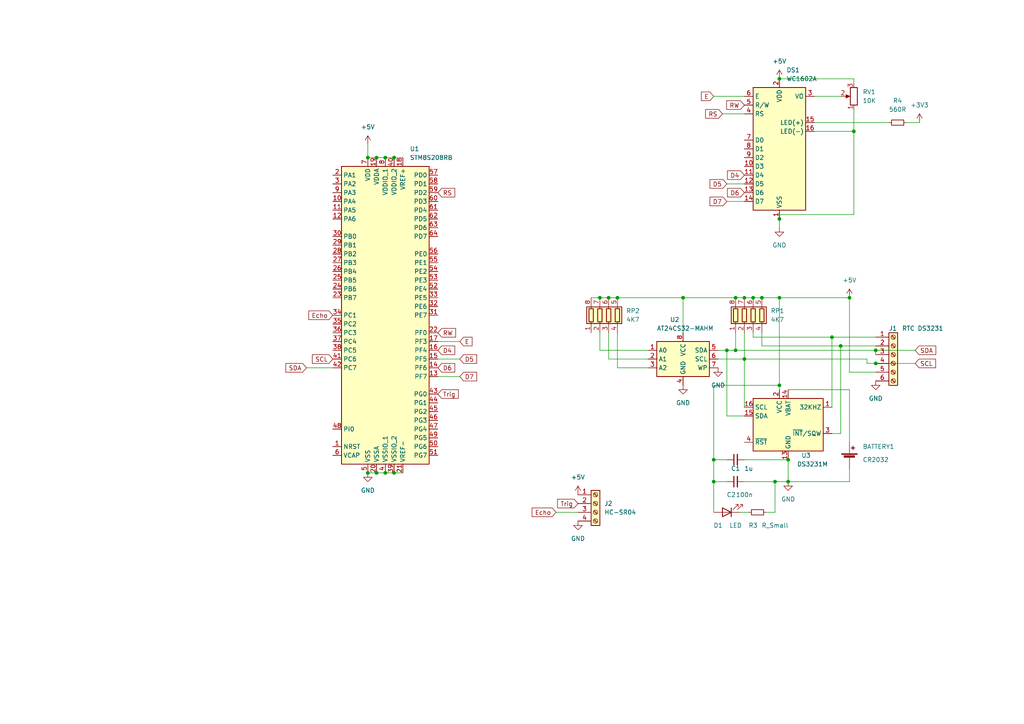
<source format=kicad_sch>
(kicad_sch (version 20211123) (generator eeschema)
  (paper "A4")
  (lib_symbols
    (symbol "Connector:Screw_Terminal_01x04" (pin_names (offset 1.016) hide)
      (property "Reference" "J" (at 0 5.08 0))
      (property "Value" "Screw_Terminal_01x04" (at 0 -7.62 0))
      (symbol "Screw_Terminal_01x04_1_1"
        (rectangle (start -1.27 3.81) (end 1.27 -6.35) (stroke (width 0.254)) (fill (type background)))
        (circle (center 0 -5.08) (radius 0.635) (stroke (width 0.1524)))
        (circle (center 0 -2.54) (radius 0.635) (stroke (width 0.1524)))
        (polyline (pts (xy -0.5334 -4.7498) (xy 0.3302 -5.588)) (stroke (width 0.1524)))
        (polyline (pts (xy -0.5334 -2.2098) (xy 0.3302 -3.048)) (stroke (width 0.1524)))
        (polyline (pts (xy -0.5334 0.3302) (xy 0.3302 -0.508)) (stroke (width 0.1524)))
        (polyline (pts (xy -0.5334 2.8702) (xy 0.3302 2.032)) (stroke (width 0.1524)))
        (polyline (pts (xy -0.3556 -4.572) (xy 0.508 -5.4102)) (stroke (width 0.1524)))
        (polyline (pts (xy -0.3556 -2.032) (xy 0.508 -2.8702)) (stroke (width 0.1524)))
        (polyline (pts (xy -0.3556 0.508) (xy 0.508 -0.3302)) (stroke (width 0.1524)))
        (polyline (pts (xy -0.3556 3.048) (xy 0.508 2.2098)) (stroke (width 0.1524)))
        (circle (center 0 0) (radius 0.635) (stroke (width 0.1524)))
        (circle (center 0 2.54) (radius 0.635) (stroke (width 0.1524)))
        (pin passive line (at -5.08 2.54 0) (length 3.81) (name "Pin_1") (number "1"))
        (pin passive line (at -5.08 0 0) (length 3.81) (name "Pin_2") (number "2"))
        (pin passive line (at -5.08 -2.54 0) (length 3.81) (name "Pin_3") (number "3"))
        (pin passive line (at -5.08 -5.08 0) (length 3.81) (name "Pin_4") (number "4"))
      )
    )
    (symbol "Connector:Screw_Terminal_01x06" (pin_names (offset 1.016) hide)
      (property "Reference" "J" (at 0 7.62 0))
      (property "Value" "Screw_Terminal_01x06" (at 0 -10.16 0))
      (symbol "Screw_Terminal_01x06_1_1"
        (rectangle (start -1.27 6.35) (end 1.27 -8.89) (stroke (width 0.254)) (fill (type background)))
        (circle (center 0 -7.62) (radius 0.635) (stroke (width 0.1524)))
        (circle (center 0 -5.08) (radius 0.635) (stroke (width 0.1524)))
        (circle (center 0 -2.54) (radius 0.635) (stroke (width 0.1524)))
        (polyline (pts (xy -0.5334 -7.2898) (xy 0.3302 -8.128)) (stroke (width 0.1524)))
        (polyline (pts (xy -0.5334 -4.7498) (xy 0.3302 -5.588)) (stroke (width 0.1524)))
        (polyline (pts (xy -0.5334 -2.2098) (xy 0.3302 -3.048)) (stroke (width 0.1524)))
        (polyline (pts (xy -0.5334 0.3302) (xy 0.3302 -0.508)) (stroke (width 0.1524)))
        (polyline (pts (xy -0.5334 2.8702) (xy 0.3302 2.032)) (stroke (width 0.1524)))
        (polyline (pts (xy -0.5334 5.4102) (xy 0.3302 4.572)) (stroke (width 0.1524)))
        (polyline (pts (xy -0.3556 -7.112) (xy 0.508 -7.9502)) (stroke (width 0.1524)))
        (polyline (pts (xy -0.3556 -4.572) (xy 0.508 -5.4102)) (stroke (width 0.1524)))
        (polyline (pts (xy -0.3556 -2.032) (xy 0.508 -2.8702)) (stroke (width 0.1524)))
        (polyline (pts (xy -0.3556 0.508) (xy 0.508 -0.3302)) (stroke (width 0.1524)))
        (polyline (pts (xy -0.3556 3.048) (xy 0.508 2.2098)) (stroke (width 0.1524)))
        (polyline (pts (xy -0.3556 5.588) (xy 0.508 4.7498)) (stroke (width 0.1524)))
        (circle (center 0 0) (radius 0.635) (stroke (width 0.1524)))
        (circle (center 0 2.54) (radius 0.635) (stroke (width 0.1524)))
        (circle (center 0 5.08) (radius 0.635) (stroke (width 0.1524)))
        (pin passive line (at -5.08 5.08 0) (length 3.81) (name "Pin_1") (number "1"))
        (pin passive line (at -5.08 2.54 0) (length 3.81) (name "Pin_2") (number "2"))
        (pin passive line (at -5.08 0 0) (length 3.81) (name "Pin_3") (number "3"))
        (pin passive line (at -5.08 -2.54 0) (length 3.81) (name "Pin_4") (number "4"))
        (pin passive line (at -5.08 -5.08 0) (length 3.81) (name "Pin_5") (number "5"))
        (pin passive line (at -5.08 -7.62 0) (length 3.81) (name "Pin_6") (number "6"))
      )
    )
    (symbol "Device:Battery_Cell" (pin_numbers hide) (pin_names (offset 0) hide)
      (property "Reference" "BT" (at 2.54 2.54 0))
      (property "Value" "Battery_Cell" (at 2.54 0 0))
      (symbol "Battery_Cell_0_1"
        (rectangle (start -2.286 1.778) (end 2.286 1.524) (fill (type outline)))
        (rectangle (start -1.5748 1.1938) (end 1.4732 0.6858) (fill (type outline)))
        (polyline (pts (xy 0 0.762) (xy 0 0)))
        (polyline (pts (xy 0 1.778) (xy 0 2.54)))
        (polyline (pts (xy 0.508 3.429) (xy 1.524 3.429)) (stroke (width 0.254)))
        (polyline (pts (xy 1.016 3.937) (xy 1.016 2.921)) (stroke (width 0.254)))
      )
      (symbol "Battery_Cell_1_1"
        (pin passive line (at 0 5.08 270) (length 2.54) (name "+") (number "1"))
        (pin passive line (at 0 -2.54 90) (length 2.54) (name "-") (number "2"))
      )
    )
    (symbol "Device:C_Small" (pin_numbers hide) (pin_names (offset 0.254) hide)
      (property "Reference" "C" (at 0.254 1.778 0))
      (property "Value" "C_Small" (at 0.254 -2.032 0))
      (symbol "C_Small_0_1"
        (polyline (pts (xy -1.524 -0.508) (xy 1.524 -0.508)) (stroke (width 0.3302)))
        (polyline (pts (xy -1.524 0.508) (xy 1.524 0.508)) (stroke (width 0.3048)))
      )
      (symbol "C_Small_1_1"
        (pin passive line (at 0 2.54 270) (length 2.032) (name "~") (number "1"))
        (pin passive line (at 0 -2.54 90) (length 2.032) (name "~") (number "2"))
      )
    )
    (symbol "Device:LED" (pin_numbers hide) (pin_names (offset 1.016) hide)
      (property "Reference" "D" (at 0 2.54 0))
      (property "Value" "LED" (at 0 -2.54 0))
      (symbol "LED_0_1"
        (polyline (pts (xy -1.27 -1.27) (xy -1.27 1.27)) (stroke (width 0.254)))
        (polyline (pts (xy -1.27 0) (xy 1.27 0)))
        (polyline (pts (xy 1.27 -1.27) (xy 1.27 1.27) (xy -1.27 0) (xy 1.27 -1.27)) (stroke (width 0.254)))
        (polyline (pts (xy -3.048 -0.762) (xy -4.572 -2.286) (xy -3.81 -2.286) (xy -4.572 -2.286) (xy -4.572 -1.524)))
        (polyline (pts (xy -1.778 -0.762) (xy -3.302 -2.286) (xy -2.54 -2.286) (xy -3.302 -2.286) (xy -3.302 -1.524)))
      )
      (symbol "LED_1_1"
        (pin passive line (at -3.81 0 0) (length 2.54) (name "K") (number "1"))
        (pin passive line (at 3.81 0 180) (length 2.54) (name "A") (number "2"))
      )
    )
    (symbol "Device:R_Pack04" (pin_names (offset 0) hide)
      (property "Reference" "RN" (at -7.62 0 90))
      (property "Value" "R_Pack04" (at 5.08 0 90))
      (symbol "R_Pack04_0_1"
        (rectangle (start -6.35 -2.413) (end 3.81 2.413) (stroke (width 0.254)) (fill (type background)))
        (rectangle (start -5.715 1.905) (end -4.445 -1.905) (stroke (width 0.254)))
        (rectangle (start -3.175 1.905) (end -1.905 -1.905) (stroke (width 0.254)))
        (rectangle (start -0.635 1.905) (end 0.635 -1.905) (stroke (width 0.254)))
        (polyline (pts (xy -5.08 -2.54) (xy -5.08 -1.905)))
        (polyline (pts (xy -5.08 1.905) (xy -5.08 2.54)))
        (polyline (pts (xy -2.54 -2.54) (xy -2.54 -1.905)))
        (polyline (pts (xy -2.54 1.905) (xy -2.54 2.54)))
        (polyline (pts (xy 0 -2.54) (xy 0 -1.905)))
        (polyline (pts (xy 0 1.905) (xy 0 2.54)))
        (polyline (pts (xy 2.54 -2.54) (xy 2.54 -1.905)))
        (polyline (pts (xy 2.54 1.905) (xy 2.54 2.54)))
        (rectangle (start 1.905 1.905) (end 3.175 -1.905) (stroke (width 0.254)))
      )
      (symbol "R_Pack04_1_1"
        (pin passive line (at -5.08 -5.08 90) (length 2.54) (name "R1.1") (number "1"))
        (pin passive line (at -2.54 -5.08 90) (length 2.54) (name "R2.1") (number "2"))
        (pin passive line (at 0 -5.08 90) (length 2.54) (name "R3.1") (number "3"))
        (pin passive line (at 2.54 -5.08 90) (length 2.54) (name "R4.1") (number "4"))
        (pin passive line (at 2.54 5.08 270) (length 2.54) (name "R4.2") (number "5"))
        (pin passive line (at 0 5.08 270) (length 2.54) (name "R3.2") (number "6"))
        (pin passive line (at -2.54 5.08 270) (length 2.54) (name "R2.2") (number "7"))
        (pin passive line (at -5.08 5.08 270) (length 2.54) (name "R1.2") (number "8"))
      )
    )
    (symbol "Device:R_Potentiometer" (pin_names (offset 1.016) hide)
      (property "Reference" "RV" (at -4.445 0 90))
      (property "Value" "R_Potentiometer" (at -2.54 0 90))
      (symbol "R_Potentiometer_0_1"
        (polyline (pts (xy 2.54 0) (xy 1.524 0)))
        (polyline (pts (xy 1.143 0) (xy 2.286 0.508) (xy 2.286 -0.508) (xy 1.143 0)) (fill (type outline)))
        (rectangle (start 1.016 2.54) (end -1.016 -2.54) (stroke (width 0.254)))
      )
      (symbol "R_Potentiometer_1_1"
        (pin passive line (at 0 3.81 270) (length 1.27) (name "1") (number "1"))
        (pin passive line (at 3.81 0 180) (length 1.27) (name "2") (number "2"))
        (pin passive line (at 0 -3.81 90) (length 1.27) (name "3") (number "3"))
      )
    )
    (symbol "Device:R_Small" (pin_numbers hide) (pin_names (offset 0.254) hide)
      (property "Reference" "R" (at 0.762 0.508 0))
      (property "Value" "R_Small" (at 0.762 -1.016 0))
      (symbol "R_Small_0_1"
        (rectangle (start -0.762 1.778) (end 0.762 -1.778) (stroke (width 0.2032)))
      )
      (symbol "R_Small_1_1"
        (pin passive line (at 0 2.54 270) (length 0.762) (name "~") (number "1"))
        (pin passive line (at 0 -2.54 90) (length 0.762) (name "~") (number "2"))
      )
    )
    (symbol "Display_Character:WC1602A"
      (property "Reference" "DS" (at -5.842 19.05 0))
      (property "Value" "WC1602A" (at 5.334 19.05 0))
      (symbol "WC1602A_1_1"
        (rectangle (start -7.62 17.78) (end 7.62 -17.78) (stroke (width 0.254)) (fill (type background)))
        (pin power_in line (at 0 -20.32 90) (length 2.54) (name "VSS") (number "1"))
        (pin input line (at -10.16 -5.08 0) (length 2.54) (name "D3") (number "10"))
        (pin input line (at -10.16 -7.62 0) (length 2.54) (name "D4") (number "11"))
        (pin input line (at -10.16 -10.16 0) (length 2.54) (name "D5") (number "12"))
        (pin input line (at -10.16 -12.7 0) (length 2.54) (name "D6") (number "13"))
        (pin input line (at -10.16 -15.24 0) (length 2.54) (name "D7") (number "14"))
        (pin power_in line (at 10.16 7.62 180) (length 2.54) (name "LED(+)") (number "15"))
        (pin power_in line (at 10.16 5.08 180) (length 2.54) (name "LED(-)") (number "16"))
        (pin power_in line (at 0 20.32 270) (length 2.54) (name "VDD") (number "2"))
        (pin input line (at 10.16 15.24 180) (length 2.54) (name "VO") (number "3"))
        (pin input line (at -10.16 10.16 0) (length 2.54) (name "RS") (number "4"))
        (pin input line (at -10.16 12.7 0) (length 2.54) (name "R/W") (number "5"))
        (pin input line (at -10.16 15.24 0) (length 2.54) (name "E") (number "6"))
        (pin input line (at -10.16 2.54 0) (length 2.54) (name "D0") (number "7"))
        (pin input line (at -10.16 0 0) (length 2.54) (name "D1") (number "8"))
        (pin input line (at -10.16 -2.54 0) (length 2.54) (name "D2") (number "9"))
      )
    )
    (symbol "MCU_ST_STM8:STM8S208RB"
      (property "Reference" "U" (at 13.97 48.26 0))
      (property "Value" "STM8S208RB" (at 13.97 45.72 0))
      (symbol "STM8S208RB_0_1"
        (rectangle (start 12.7 43.18) (end -12.7 -43.18) (stroke (width 0.254)) (fill (type background)))
      )
      (symbol "STM8S208RB_1_1"
        (pin input line (at -15.24 -38.1 0) (length 2.54) (name "NRST") (number "1"))
        (pin bidirectional line (at -15.24 33.02 0) (length 2.54) (name "PA4") (number "10"))
        (pin bidirectional line (at -15.24 30.48 0) (length 2.54) (name "PA5") (number "11"))
        (pin bidirectional line (at -15.24 27.94 0) (length 2.54) (name "PA6") (number "12"))
        (pin bidirectional line (at 15.24 -17.78 180) (length 2.54) (name "PF7") (number "13"))
        (pin bidirectional line (at 15.24 -15.24 180) (length 2.54) (name "PF6") (number "14"))
        (pin bidirectional line (at 15.24 -12.7 180) (length 2.54) (name "PF5") (number "15"))
        (pin bidirectional line (at 15.24 -10.16 180) (length 2.54) (name "PF4") (number "16"))
        (pin bidirectional line (at 15.24 -7.62 180) (length 2.54) (name "PF3") (number "17"))
        (pin power_in line (at 5.08 45.72 270) (length 2.54) (name "VREF+") (number "18"))
        (pin power_in line (at -2.54 45.72 270) (length 2.54) (name "VDDA") (number "19"))
        (pin bidirectional line (at -15.24 40.64 0) (length 2.54) (name "PA1") (number "2"))
        (pin power_in line (at -2.54 -45.72 90) (length 2.54) (name "VSSA") (number "20"))
        (pin power_in line (at 5.08 -45.72 90) (length 2.54) (name "VREF-") (number "21"))
        (pin bidirectional line (at 15.24 -5.08 180) (length 2.54) (name "PF0") (number "22"))
        (pin bidirectional line (at -15.24 5.08 0) (length 2.54) (name "PB7") (number "23"))
        (pin bidirectional line (at -15.24 7.62 0) (length 2.54) (name "PB6") (number "24"))
        (pin bidirectional line (at -15.24 10.16 0) (length 2.54) (name "PB5") (number "25"))
        (pin bidirectional line (at -15.24 12.7 0) (length 2.54) (name "PB4") (number "26"))
        (pin bidirectional line (at -15.24 15.24 0) (length 2.54) (name "PB3") (number "27"))
        (pin bidirectional line (at -15.24 17.78 0) (length 2.54) (name "PB2") (number "28"))
        (pin bidirectional line (at -15.24 20.32 0) (length 2.54) (name "PB1") (number "29"))
        (pin bidirectional line (at -15.24 38.1 0) (length 2.54) (name "PA2") (number "3"))
        (pin bidirectional line (at -15.24 22.86 0) (length 2.54) (name "PB0") (number "30"))
        (pin bidirectional line (at 15.24 0 180) (length 2.54) (name "PE7") (number "31"))
        (pin bidirectional line (at 15.24 2.54 180) (length 2.54) (name "PE6") (number "32"))
        (pin bidirectional line (at 15.24 5.08 180) (length 2.54) (name "PE5") (number "33"))
        (pin bidirectional line (at -15.24 0 0) (length 2.54) (name "PC1") (number "34"))
        (pin bidirectional line (at -15.24 -2.54 0) (length 2.54) (name "PC2") (number "35"))
        (pin bidirectional line (at -15.24 -5.08 0) (length 2.54) (name "PC3") (number "36"))
        (pin bidirectional line (at -15.24 -7.62 0) (length 2.54) (name "PC4") (number "37"))
        (pin bidirectional line (at -15.24 -10.16 0) (length 2.54) (name "PC5") (number "38"))
        (pin power_in line (at 2.54 -45.72 90) (length 2.54) (name "VSSIO_2") (number "39"))
        (pin power_in line (at 0 -45.72 90) (length 2.54) (name "VSSIO_1") (number "4"))
        (pin power_in line (at 2.54 45.72 270) (length 2.54) (name "VDDIO_2") (number "40"))
        (pin bidirectional line (at -15.24 -12.7 0) (length 2.54) (name "PC6") (number "41"))
        (pin bidirectional line (at -15.24 -15.24 0) (length 2.54) (name "PC7") (number "42"))
        (pin bidirectional line (at 15.24 -22.86 180) (length 2.54) (name "PG0") (number "43"))
        (pin bidirectional line (at 15.24 -25.4 180) (length 2.54) (name "PG1") (number "44"))
        (pin bidirectional line (at 15.24 -27.94 180) (length 2.54) (name "PG2") (number "45"))
        (pin bidirectional line (at 15.24 -30.48 180) (length 2.54) (name "PG3") (number "46"))
        (pin bidirectional line (at 15.24 -33.02 180) (length 2.54) (name "PG4") (number "47"))
        (pin bidirectional line (at -15.24 -33.02 0) (length 2.54) (name "PI0") (number "48"))
        (pin bidirectional line (at 15.24 -35.56 180) (length 2.54) (name "PG5") (number "49"))
        (pin power_in line (at -5.08 -45.72 90) (length 2.54) (name "VSS") (number "5"))
        (pin bidirectional line (at 15.24 -38.1 180) (length 2.54) (name "PG6") (number "50"))
        (pin bidirectional line (at 15.24 -40.64 180) (length 2.54) (name "PG7") (number "51"))
        (pin bidirectional line (at 15.24 7.62 180) (length 2.54) (name "PE4") (number "52"))
        (pin bidirectional line (at 15.24 10.16 180) (length 2.54) (name "PE3") (number "53"))
        (pin bidirectional line (at 15.24 12.7 180) (length 2.54) (name "PE2") (number "54"))
        (pin bidirectional line (at 15.24 15.24 180) (length 2.54) (name "PE1") (number "55"))
        (pin bidirectional line (at 15.24 17.78 180) (length 2.54) (name "PE0") (number "56"))
        (pin bidirectional line (at 15.24 40.64 180) (length 2.54) (name "PD0") (number "57"))
        (pin bidirectional line (at 15.24 38.1 180) (length 2.54) (name "PD1") (number "58"))
        (pin bidirectional line (at 15.24 35.56 180) (length 2.54) (name "PD2") (number "59"))
        (pin input line (at -15.24 -40.64 0) (length 2.54) (name "VCAP") (number "6"))
        (pin bidirectional line (at 15.24 33.02 180) (length 2.54) (name "PD3") (number "60"))
        (pin bidirectional line (at 15.24 30.48 180) (length 2.54) (name "PD4") (number "61"))
        (pin bidirectional line (at 15.24 27.94 180) (length 2.54) (name "PD5") (number "62"))
        (pin bidirectional line (at 15.24 25.4 180) (length 2.54) (name "PD6") (number "63"))
        (pin bidirectional line (at 15.24 22.86 180) (length 2.54) (name "PD7") (number "64"))
        (pin power_in line (at -5.08 45.72 270) (length 2.54) (name "VDD") (number "7"))
        (pin power_in line (at 0 45.72 270) (length 2.54) (name "VDDIO_1") (number "8"))
        (pin bidirectional line (at -15.24 35.56 0) (length 2.54) (name "PA3") (number "9"))
      )
    )
    (symbol "Memory_EEPROM:AT24CS32-MAHM"
      (property "Reference" "U" (at -7.62 6.35 0))
      (property "Value" "AT24CS32-MAHM" (at 2.54 -6.35 0))
      (symbol "AT24CS32-MAHM_1_1"
        (rectangle (start -7.62 5.08) (end 7.62 -5.08) (stroke (width 0.254)) (fill (type background)))
        (pin input line (at -10.16 2.54 0) (length 2.54) (name "A0") (number "1"))
        (pin input line (at -10.16 0 0) (length 2.54) (name "A1") (number "2"))
        (pin input line (at -10.16 -2.54 0) (length 2.54) (name "A2") (number "3"))
        (pin power_in line (at 0 -7.62 90) (length 2.54) (name "GND") (number "4"))
        (pin bidirectional line (at 10.16 2.54 180) (length 2.54) (name "SDA") (number "5"))
        (pin input line (at 10.16 0 180) (length 2.54) (name "SCL") (number "6"))
        (pin input line (at 10.16 -2.54 180) (length 2.54) (name "WP") (number "7"))
        (pin power_in line (at 0 7.62 270) (length 2.54) (name "VCC") (number "8"))
      )
    )
    (symbol "Timer_RTC:DS3231M"
      (property "Reference" "U" (at -7.62 8.89 0))
      (property "Value" "DS3231M" (at 10.16 8.89 0))
      (symbol "DS3231M_0_1"
        (rectangle (start -10.16 7.62) (end 10.16 -7.62) (stroke (width 0.254)) (fill (type background)))
      )
      (symbol "DS3231M_1_1"
        (pin open_collector line (at 12.7 5.08 180) (length 2.54) (name "32KHZ") (number "1"))
        (pin passive line (at 0 -10.16 90) (length 2.54) hide (name "GND") (number "10"))
        (pin passive line (at 0 -10.16 90) (length 2.54) hide (name "GND") (number "11"))
        (pin passive line (at 0 -10.16 90) (length 2.54) hide (name "GND") (number "12"))
        (pin power_in line (at 0 -10.16 90) (length 2.54) (name "GND") (number "13"))
        (pin power_in line (at 0 10.16 270) (length 2.54) (name "VBAT") (number "14"))
        (pin bidirectional line (at -12.7 2.54 0) (length 2.54) (name "SDA") (number "15"))
        (pin input line (at -12.7 5.08 0) (length 2.54) (name "SCL") (number "16"))
        (pin power_in line (at -2.54 10.16 270) (length 2.54) (name "VCC") (number "2"))
        (pin open_collector line (at 12.7 -2.54 180) (length 2.54) (name "~{INT}/SQW") (number "3"))
        (pin bidirectional line (at -12.7 -5.08 0) (length 2.54) (name "~{RST}") (number "4"))
        (pin passive line (at 0 -10.16 90) (length 2.54) hide (name "GND") (number "5"))
        (pin passive line (at 0 -10.16 90) (length 2.54) hide (name "GND") (number "6"))
        (pin passive line (at 0 -10.16 90) (length 2.54) hide (name "GND") (number "7"))
        (pin passive line (at 0 -10.16 90) (length 2.54) hide (name "GND") (number "8"))
        (pin passive line (at 0 -10.16 90) (length 2.54) hide (name "GND") (number "9"))
      )
    )
    (symbol "power:+3.3V" (power) (pin_names (offset 0))
      (property "Value" "+3.3V" (at 0 3.556 0))
      (symbol "+3.3V_0_1"
        (polyline (pts (xy -0.762 1.27) (xy 0 2.54)))
        (polyline (pts (xy 0 0) (xy 0 2.54)))
        (polyline (pts (xy 0 2.54) (xy 0.762 1.27)))
      )
      (symbol "+3.3V_1_1"
        (pin power_in line (at 0 0 90) (length 0) hide (name "+3V3") (number "1"))
      )
    )
    (symbol "power:+5V" (power) (pin_names (offset 0))
      (property "Value" "+5V" (at 0 3.556 0))
      (symbol "+5V_0_1"
        (polyline (pts (xy -0.762 1.27) (xy 0 2.54)))
        (polyline (pts (xy 0 0) (xy 0 2.54)))
        (polyline (pts (xy 0 2.54) (xy 0.762 1.27)))
      )
      (symbol "+5V_1_1"
        (pin power_in line (at 0 0 90) (length 0) hide (name "+5V") (number "1"))
      )
    )
    (symbol "power:GND" (power) (pin_names (offset 0))
      (property "Value" "GND" (at 0 -3.81 0))
      (symbol "GND_0_1"
        (polyline (pts (xy 0 0) (xy 0 -1.27) (xy 1.27 -1.27) (xy 0 -2.54) (xy -1.27 -1.27) (xy 0 -1.27)))
      )
      (symbol "GND_1_1"
        (pin power_in line (at 0 0 270) (length 0) hide (name "GND") (number "1"))
      )
    )
  )
  (junction (at 207.01 133.35))
  (junction (at 246.38 86.36))
  (junction (at 241.3 97.79))
  (junction (at 220.98 86.36))
  (junction (at 114.3 45.72))
  (junction (at 106.68 137.16))
  (junction (at 247.65 38.1))
  (junction (at 109.22 45.72))
  (junction (at 215.9 104.14))
  (junction (at 254 105.41))
  (junction (at 173.99 86.36))
  (junction (at 226.06 111.76))
  (junction (at 111.76 45.72))
  (junction (at 210.82 101.6))
  (junction (at 111.76 137.16))
  (junction (at 228.6 139.7))
  (junction (at 226.06 63.5))
  (junction (at 243.84 100.33))
  (junction (at 198.12 86.36))
  (junction (at 213.36 86.36))
  (junction (at 226.06 22.86))
  (junction (at 106.68 45.72))
  (junction (at 226.06 86.36))
  (junction (at 109.22 137.16))
  (junction (at 179.07 86.36))
  (junction (at 213.36 101.6))
  (junction (at 228.6 133.35))
  (junction (at 215.9 86.36))
  (junction (at 218.44 86.36))
  (junction (at 254 101.6))
  (junction (at 207.01 139.7))
  (junction (at 114.3 137.16))
  (junction (at 224.79 139.7))
  (junction (at 176.53 86.36))
  (wire (pts (xy 173.99 101.6) (xy 173.99 96.52)))
  (wire (pts (xy 220.98 100.33) (xy 243.84 100.33)))
  (wire (pts (xy 224.79 139.7) (xy 228.6 139.7)))
  (wire (pts (xy 133.35 99.06) (xy 127 99.06)))
  (wire (pts (xy 179.07 106.68) (xy 179.07 96.52)))
  (wire (pts (xy 215.9 120.65) (xy 210.82 120.65)))
  (wire (pts (xy 111.76 45.72) (xy 114.3 45.72)))
  (wire (pts (xy 210.82 120.65) (xy 210.82 101.6)))
  (wire (pts (xy 251.46 105.41) (xy 254 105.41)))
  (wire (pts (xy 241.3 97.79) (xy 254 97.79)))
  (wire (pts (xy 246.38 107.95) (xy 254 107.95)))
  (wire (pts (xy 111.76 137.16) (xy 114.3 137.16)))
  (wire (pts (xy 215.9 104.14) (xy 251.46 104.14)))
  (wire (pts (xy 114.3 137.16) (xy 116.84 137.16)))
  (wire (pts (xy 207.01 133.35) (xy 207.01 139.7)))
  (wire (pts (xy 228.6 113.03) (xy 246.38 113.03)))
  (wire (pts (xy 213.36 101.6) (xy 254 101.6)))
  (wire (pts (xy 226.06 86.36) (xy 246.38 86.36)))
  (wire (pts (xy 254 101.6) (xy 254 102.87)))
  (wire (pts (xy 161.29 148.59) (xy 167.64 148.59)))
  (wire (pts (xy 236.22 27.94) (xy 243.84 27.94)))
  (wire (pts (xy 246.38 113.03) (xy 246.38 128.27)))
  (wire (pts (xy 208.28 101.6) (xy 210.82 101.6)))
  (wire (pts (xy 210.82 101.6) (xy 213.36 101.6)))
  (wire (pts (xy 88.9 106.68) (xy 96.52 106.68)))
  (wire (pts (xy 171.45 86.36) (xy 173.99 86.36)))
  (wire (pts (xy 215.9 133.35) (xy 228.6 133.35)))
  (wire (pts (xy 187.96 101.6) (xy 173.99 101.6)))
  (wire (pts (xy 210.82 53.34) (xy 215.9 53.34)))
  (wire (pts (xy 247.65 62.23) (xy 247.65 38.1)))
  (wire (pts (xy 226.06 111.76) (xy 226.06 113.03)))
  (wire (pts (xy 213.36 96.52) (xy 213.36 101.6)))
  (wire (pts (xy 241.3 125.73) (xy 243.84 125.73)))
  (wire (pts (xy 226.06 62.23) (xy 226.06 63.5)))
  (wire (pts (xy 109.22 137.16) (xy 111.76 137.16)))
  (wire (pts (xy 109.22 45.72) (xy 111.76 45.72)))
  (wire (pts (xy 207.01 133.35) (xy 210.82 133.35)))
  (wire (pts (xy 228.6 139.7) (xy 228.6 133.35)))
  (wire (pts (xy 176.53 86.36) (xy 179.07 86.36)))
  (wire (pts (xy 207.01 27.94) (xy 215.9 27.94)))
  (wire (pts (xy 226.06 66.04) (xy 226.06 63.5)))
  (wire (pts (xy 207.01 139.7) (xy 210.82 139.7)))
  (wire (pts (xy 214.63 148.59) (xy 217.17 148.59)))
  (wire (pts (xy 218.44 97.79) (xy 241.3 97.79)))
  (wire (pts (xy 262.89 35.56) (xy 266.7 35.56)))
  (wire (pts (xy 254 105.41) (xy 265.43 105.41)))
  (wire (pts (xy 114.3 45.72) (xy 116.84 45.72)))
  (wire (pts (xy 241.3 97.79) (xy 241.3 118.11)))
  (wire (pts (xy 247.65 22.86) (xy 247.65 24.13)))
  (wire (pts (xy 209.55 33.02) (xy 215.9 33.02)))
  (wire (pts (xy 243.84 100.33) (xy 254 100.33)))
  (wire (pts (xy 207.01 111.76) (xy 207.01 133.35)))
  (wire (pts (xy 243.84 125.73) (xy 243.84 100.33)))
  (wire (pts (xy 207.01 139.7) (xy 207.01 148.59)))
  (wire (pts (xy 106.68 41.91) (xy 106.68 45.72)))
  (wire (pts (xy 220.98 96.52) (xy 220.98 100.33)))
  (wire (pts (xy 218.44 86.36) (xy 220.98 86.36)))
  (wire (pts (xy 226.06 86.36) (xy 226.06 111.76)))
  (wire (pts (xy 226.06 62.23) (xy 247.65 62.23)))
  (wire (pts (xy 208.28 104.14) (xy 215.9 104.14)))
  (wire (pts (xy 257.81 35.56) (xy 236.22 35.56)))
  (wire (pts (xy 224.79 148.59) (xy 224.79 139.7)))
  (wire (pts (xy 187.96 106.68) (xy 179.07 106.68)))
  (wire (pts (xy 247.65 38.1) (xy 247.65 31.75)))
  (wire (pts (xy 187.96 104.14) (xy 176.53 104.14)))
  (wire (pts (xy 218.44 96.52) (xy 218.44 97.79)))
  (wire (pts (xy 133.35 104.14) (xy 127 104.14)))
  (wire (pts (xy 198.12 86.36) (xy 198.12 96.52)))
  (wire (pts (xy 251.46 104.14) (xy 251.46 105.41)))
  (wire (pts (xy 213.36 86.36) (xy 215.9 86.36)))
  (wire (pts (xy 106.68 137.16) (xy 109.22 137.16)))
  (wire (pts (xy 210.82 58.42) (xy 215.9 58.42)))
  (wire (pts (xy 222.25 148.59) (xy 224.79 148.59)))
  (wire (pts (xy 179.07 86.36) (xy 198.12 86.36)))
  (wire (pts (xy 215.9 104.14) (xy 215.9 118.11)))
  (wire (pts (xy 236.22 38.1) (xy 247.65 38.1)))
  (wire (pts (xy 220.98 86.36) (xy 226.06 86.36)))
  (wire (pts (xy 215.9 139.7) (xy 224.79 139.7)))
  (wire (pts (xy 176.53 104.14) (xy 176.53 96.52)))
  (wire (pts (xy 198.12 86.36) (xy 213.36 86.36)))
  (wire (pts (xy 246.38 86.36) (xy 246.38 107.95)))
  (wire (pts (xy 254 101.6) (xy 265.43 101.6)))
  (wire (pts (xy 173.99 86.36) (xy 176.53 86.36)))
  (wire (pts (xy 226.06 22.86) (xy 247.65 22.86)))
  (wire (pts (xy 133.35 109.22) (xy 127 109.22)))
  (wire (pts (xy 215.9 86.36) (xy 218.44 86.36)))
  (wire (pts (xy 106.68 45.72) (xy 109.22 45.72)))
  (wire (pts (xy 246.38 139.7) (xy 228.6 139.7)))
  (wire (pts (xy 215.9 96.52) (xy 215.9 104.14)))
  (wire (pts (xy 246.38 135.89) (xy 246.38 139.7)))
  (wire (pts (xy 226.06 111.76) (xy 207.01 111.76)))
  (global_label "SDA" (shape input) (at 265.43 101.6 0) (property "Intersheet References" "${INTERSHEET_REFS}" (effects hide)))
  (global_label "Echo" (shape input) (at 161.29 148.59 180) (property "Intersheet References" "${INTERSHEET_REFS}" (effects hide)))
  (global_label "RS" (shape input) (at 209.55 33.02 180) (property "Intersheet References" "${INTERSHEET_REFS}" (effects hide)))
  (global_label "SCL" (shape input) (at 265.43 105.41 0) (property "Intersheet References" "${INTERSHEET_REFS}" (effects hide)))
  (global_label "RW" (shape input) (at 215.9 30.48 180) (property "Intersheet References" "${INTERSHEET_REFS}" (effects hide)))
  (global_label "D5" (shape input) (at 133.35 104.14 0) (property "Intersheet References" "${INTERSHEET_REFS}" (effects hide)))
  (global_label "RS" (shape input) (at 127 55.88 0) (property "Intersheet References" "${INTERSHEET_REFS}" (effects hide)))
  (global_label "Trig" (shape input) (at 167.64 146.05 180) (property "Intersheet References" "${INTERSHEET_REFS}" (effects hide)))
  (global_label "SDA" (shape input) (at 88.9 106.68 180) (property "Intersheet References" "${INTERSHEET_REFS}" (effects hide)))
  (global_label "SCL" (shape input) (at 96.52 104.14 180) (property "Intersheet References" "${INTERSHEET_REFS}" (effects hide)))
  (global_label "D4" (shape input) (at 215.9 50.8 180) (property "Intersheet References" "${INTERSHEET_REFS}" (effects hide)))
  (global_label "E" (shape input) (at 207.01 27.94 180) (property "Intersheet References" "${INTERSHEET_REFS}" (effects hide)))
  (global_label "Echo" (shape input) (at 96.52 91.44 180) (property "Intersheet References" "${INTERSHEET_REFS}" (effects hide)))
  (global_label "D5" (shape input) (at 210.82 53.34 180) (property "Intersheet References" "${INTERSHEET_REFS}" (effects hide)))
  (global_label "Trig" (shape input) (at 127 114.3 0) (property "Intersheet References" "${INTERSHEET_REFS}" (effects hide)))
  (global_label "D7" (shape input) (at 210.82 58.42 180) (property "Intersheet References" "${INTERSHEET_REFS}" (effects hide)))
  (global_label "D4" (shape input) (at 127 101.6 0) (property "Intersheet References" "${INTERSHEET_REFS}" (effects hide)))
  (global_label "D6" (shape input) (at 127 106.68 0) (property "Intersheet References" "${INTERSHEET_REFS}" (effects hide)))
  (global_label "RW" (shape input) (at 127 96.52 0) (property "Intersheet References" "${INTERSHEET_REFS}" (effects hide)))
  (global_label "E" (shape input) (at 133.35 99.06 0) (property "Intersheet References" "${INTERSHEET_REFS}" (effects hide)))
  (global_label "D7" (shape input) (at 133.35 109.22 0) (property "Intersheet References" "${INTERSHEET_REFS}" (effects hide)))
  (global_label "D6" (shape input) (at 215.9 55.88 180) (property "Intersheet References" "${INTERSHEET_REFS}" (effects hide)))
  (symbol (lib_id "Device:C_Small") (at 213.36 133.35 90) (unit 1)
    (property "Reference" "C1" (at 213.36 135.89 90))
    (property "Value" "1u" (at 217.17 135.89 90))
  )
  (symbol (lib_id "Device:R_Small") (at 219.71 148.59 90) (unit 1)
    (property "Reference" "R3" (at 218.44 152.4 90))
    (property "Value" "R_Small" (at 224.79 152.4 90))
  )
  (symbol (lib_id "Device:R_Pack04") (at 218.44 91.44 0) (unit 1)
    (property "Reference" "RP1" (at 223.52 90.1699 0) (effects (justify left)))
    (property "Value" "4K7" (at 223.52 92.7099 0) (effects (justify left)))
  )
  (symbol (lib_id "power:GND") (at 198.12 111.76 0) (unit 1)
    (property "Reference" "#PWR07" (effects hide))
    (property "Value" "GND" (at 198.12 116.84 0))
  )
  (symbol (lib_id "Timer_RTC:DS3231M") (at 228.6 123.19 0) (unit 1)
    (property "Reference" "U3" (at 232.41 132.08 0) (effects (justify left)))
    (property "Value" "DS3231M" (at 231.14 134.62 0) (effects (justify left)))
    (property "Footprint" "Package_SO:SOIC-16W_7.5x10.3mm_P1.27mm" (effects hide))
    (property "Datasheet" "http://datasheets.maximintegrated.com/en/ds/DS3231.pdf" (effects hide))
  )
  (symbol (lib_id "power:+5V") (at 167.64 143.51 0) (unit 1)
    (property "Reference" "#PWR03" (effects hide))
    (property "Value" "+5V" (at 167.64 138.43 0))
  )
  (symbol (lib_id "power:+3.3V") (at 266.7 35.56 0) (unit 1)
    (property "Reference" "#PWR014" (effects hide))
    (property "Value" "+3.3V" (at 266.7 30.48 0))
  )
  (symbol (lib_id "Device:R_Small") (at 260.35 35.56 270) (unit 1)
    (property "Reference" "R4" (at 260.35 29.21 90))
    (property "Value" "560R" (at 260.35 31.75 90))
  )
  (symbol (lib_id "Memory_EEPROM:AT24CS32-MAHM") (at 198.12 104.14 0) (unit 1)
    (property "Reference" "U2" (at 194.31 92.71 0) (effects (justify left)))
    (property "Value" "AT24CS32-MAHM" (at 190.5 95.25 0) (effects (justify left)))
    (property "Footprint" "Package_DFN_QFN:DFN-8-1EP_3x2mm_P0.5mm_EP1.3x1.5mm" (effects hide))
    (property "Datasheet" "http://ww1.microchip.com/downloads/en/DeviceDoc/Atmel-8869-SEEPROM-AT24CS32-Datasheet.pdf" (effects hide))
  )
  (symbol (lib_id "Device:R_Potentiometer") (at 247.65 27.94 180) (unit 1)
    (property "Reference" "RV1" (at 250.19 26.6699 0) (effects (justify right)))
    (property "Value" "10K" (at 250.19 29.2099 0) (effects (justify right)))
  )
  (symbol (lib_id "MCU_ST_STM8:STM8S208RB") (at 111.76 91.44 0) (unit 1)
    (property "Reference" "U1" (at 118.8594 43.18 0) (effects (justify left)))
    (property "Value" "STM8S208RB" (at 118.8594 45.72 0) (effects (justify left)))
    (property "Footprint" "Package_QFP:LQFP-64_10x10mm_P0.5mm" (effects hide))
    (property "Datasheet" "https://www.st.com/resource/en/datasheet/stm8s208rb.pdf" (effects hide))
  )
  (symbol (lib_id "power:GND") (at 226.06 66.04 0) (unit 1)
    (property "Reference" "#PWR010" (effects hide))
    (property "Value" "GND" (at 226.06 71.12 0))
  )
  (symbol (lib_id "power:GND") (at 208.28 106.68 0) (unit 1)
    (property "Reference" "#PWR08" (effects hide))
    (property "Value" "GND" (at 208.28 111.76 0))
  )
  (symbol (lib_id "power:+5V") (at 246.38 86.36 0) (unit 1)
    (property "Reference" "#PWR012" (effects hide))
    (property "Value" "+5V" (at 246.38 81.28 0))
  )
  (symbol (lib_id "Device:Battery_Cell") (at 246.38 133.35 0) (unit 1)
    (property "Reference" "BATTERY1" (at 250.19 129.54 0) (effects (justify left)))
    (property "Value" "CR2032" (at 250.19 133.35 0) (effects (justify left)))
  )
  (symbol (lib_id "power:+5V") (at 226.06 22.86 0) (unit 1)
    (property "Reference" "#PWR09" (effects hide))
    (property "Value" "+5V" (at 226.06 17.78 0))
  )
  (symbol (lib_id "Device:C_Small") (at 213.36 139.7 90) (unit 1)
    (property "Reference" "C2" (at 212.09 143.51 90))
    (property "Value" "100n" (at 215.9 143.51 90))
  )
  (symbol (lib_id "power:GND") (at 106.68 137.16 0) (unit 1)
    (property "Reference" "#PWR02" (effects hide))
    (property "Value" "GND" (at 106.68 142.24 0))
  )
  (symbol (lib_id "Display_Character:WC1602A") (at 226.06 43.18 0) (unit 1)
    (property "Reference" "DS1" (at 228.0794 20.32 0) (effects (justify left)))
    (property "Value" "WC1602A" (at 228.0794 22.86 0) (effects (justify left)))
    (property "Footprint" "Display:WC1602A" (effects hide))
    (property "Datasheet" "http://www.wincomlcd.com/pdf/WC1602A-SFYLYHTC06.pdf" (effects hide))
  )
  (symbol (lib_id "Device:LED") (at 210.82 148.59 180) (unit 1)
    (property "Reference" "D1" (at 208.28 152.4 0))
    (property "Value" "LED" (at 213.36 152.4 0))
  )
  (symbol (lib_id "power:+5V") (at 106.68 41.91 0) (unit 1)
    (property "Reference" "#PWR01" (effects hide))
    (property "Value" "+5V" (at 106.68 36.83 0))
  )
  (symbol (lib_id "power:GND") (at 167.64 151.13 0) (unit 1)
    (property "Reference" "#PWR04" (effects hide))
    (property "Value" "GND" (at 167.64 156.21 0))
  )
  (symbol (lib_id "power:GND") (at 228.6 139.7 0) (unit 1)
    (property "Reference" "#PWR011" (effects hide))
    (property "Value" "GND" (at 228.6 144.78 0))
  )
  (symbol (lib_id "Connector:Screw_Terminal_01x06") (at 259.08 102.87 0) (unit 1)
    (property "Reference" "J1" (at 257.81 95.25 0) (effects (justify left)))
    (property "Value" "RTC DS3231" (at 261.62 95.25 0) (effects (justify left)))
  )
  (symbol (lib_id "Device:R_Pack04") (at 176.53 91.44 0) (unit 1)
    (property "Reference" "RP2" (at 181.61 90.1699 0) (effects (justify left)))
    (property "Value" "4K7" (at 181.61 92.7099 0) (effects (justify left)))
  )
  (symbol (lib_id "Connector:Screw_Terminal_01x04") (at 172.72 146.05 0) (unit 1)
    (property "Reference" "J2" (at 175.26 146.0499 0) (effects (justify left)))
    (property "Value" "HC-SR04" (at 175.26 148.5899 0) (effects (justify left)))
  )
  (symbol (lib_id "power:GND") (at 254 110.49 0) (unit 1)
    (property "Reference" "#PWR013" (effects hide))
    (property "Value" "GND" (at 254 115.57 0))
  )
)
</source>
